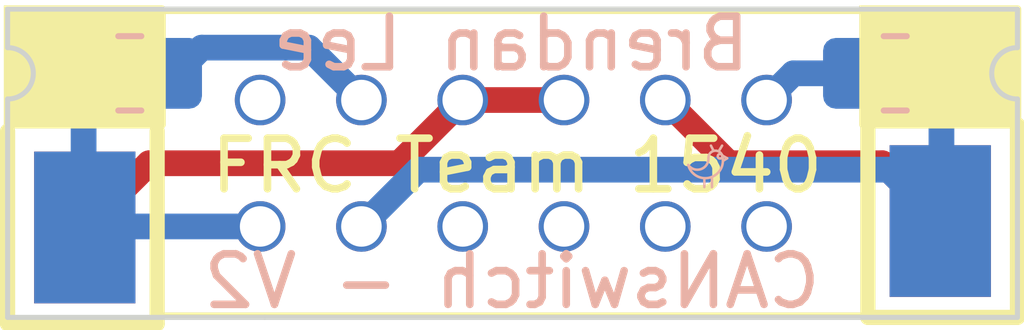
<source format=kicad_pcb>
(kicad_pcb (version 20221018) (generator pcbnew)
  (layers (0 "F.Cu" signal) (31 "B.Cu" signal) (34 "B.Paste" user) (35 "F.Paste" user) (36 "B.SilkS" user "B.Silkscreen") (37 "F.SilkS" user "F.Silkscreen") (38 "B.Mask" user) (39 "F.Mask" user) (44 "Edge.Cuts" user))
  (net 0 "")
  (net 1 "Net-(J2-Pin_1)")
  (net 2 "Net-(J2-Pin_2)")
  (net 8 "Net-(SW1A-B)")
  (net 9 "Net-(J1-Pin_2)")
  (net 10 "Net-(J1-Pin_1)")
  (net 11 "Net-(SW1B-C)")
  (footprint "Button_Switch_THT:★MFS401N−2−Z" (layer "F.Cu") (at 191.596 39.624)
    (fp_text reference "SW1" hide)
    (fp_text value "~" hide)
    (fp_line (start -7 -3) (end 7 -3) (stroke (width 0.1)) (layer "F.SilkS"))
    (fp_line (start -7 3) (end -7 -3) (stroke (width 0.1)) (layer "F.SilkS"))
    (fp_line (start 7 -3) (end 7 3) (stroke (width 0.1)) (layer "F.SilkS"))
    (fp_line (start 7 3) (end -7 3) (stroke (width 0.1)) (layer "F.SilkS"))
    (pad "1" thru_hole circle (at -5 -1.25) (size 1 1) (drill 0.8) (layers "*.Cu" "*.Mask"))
    (pad "2" thru_hole circle (at -3 -1.25) (size 1 1) (drill 0.8) (layers "*.Cu" "*.Mask") (net 8 "Net-(SW1A-B)"))
    (pad "3" thru_hole circle (at -1 -1.25) (size 1 1) (drill 0.8) (layers "*.Cu" "*.Mask") (net 2 "Net-(J2-Pin_2)"))
    (pad "4" thru_hole circle (at 1 -1.25) (size 1 1) (drill 0.8) (layers "*.Cu" "*.Mask") (net 2 "Net-(J2-Pin_2)"))
    (pad "5" thru_hole circle (at 3 -1.25) (size 1 1) (drill 0.8) (layers "*.Cu" "*.Mask") (net 9 "Net-(J1-Pin_2)"))
    (pad "6" thru_hole circle (at 5 -1.25) (size 1 1) (drill 0.8) (layers "*.Cu" "*.Mask") (net 11 "Net-(SW1B-C)"))
    (pad "7" thru_hole circle (at -5 1.25) (size 1 1) (drill 0.8) (layers "*.Cu" "*.Mask") (net 1 "Net-(J2-Pin_1)"))
    (pad "8" thru_hole circle (at -3 1.25) (size 1 1) (drill 0.8) (layers "*.Cu" "*.Mask") (net 10 "Net-(J1-Pin_1)"))
    (pad "9" thru_hole circle (at -1 1.25) (size 1 1) (drill 0.8) (layers "*.Cu" "*.Mask"))
    (pad "10" thru_hole circle (at 1 1.25) (size 1 1) (drill 0.8) (layers "*.Cu" "*.Mask"))
    (pad "11" thru_hole circle (at 3 1.25) (size 1 1) (drill 0.8) (layers "*.Cu" "*.Mask"))
    (pad "12" thru_hole circle (at 5 1.25) (size 1 1) (drill 0.8) (layers "*.Cu" "*.Mask"))
  )
  (footprint "Library:WirePad2" (layer "B.Cu") (at 200.025 40.767)
    (fp_text reference "J1" hide)
    (fp_text value "Conn_01x02" hide)
    (pad "1" smd rect (at 0 0 180) (size 2 3) (layers "B.Cu" "B.Paste" "B.Mask") (net 10 "Net-(J1-Pin_1)"))
    (pad "2" smd rect (at 0 0 90) (size 3 2) (layers "F.Cu" "F.Paste" "F.Mask") (net 9 "Net-(J1-Pin_2)"))
  )
  (footprint "Resistor_SMD:R_0805_2012Metric" (layer "B.Cu") (at 199.136 37.846 180)
    (fp_text reference "R2" hide)
    (fp_text value "R" hide)
    (fp_line (start -0.227064 -0.735) (end 0.227064 -0.735) (stroke (width 0.12)) (layer "B.SilkS"))
    (fp_line (start -0.227064 0.735) (end 0.227064 0.735) (stroke (width 0.12)) (layer "B.SilkS"))
    (pad "1" smd roundrect (at -0.9125 0 180) (size 1.025 1.4) (layers "B.Cu" "B.Paste" "B.Mask") (roundrect_rratio 0.243902439) (net 10 "Net-(J1-Pin_1)"))
    (pad "2" smd roundrect (at 0.9125 0 180) (size 1.025 1.4) (layers "B.Cu" "B.Paste" "B.Mask") (roundrect_rratio 0.243902439) (net 11 "Net-(SW1B-C)"))
  )
  (footprint "Library:WirePad2" (layer "B.Cu") (at 183.134 40.894)
    (fp_text reference "J2" hide)
    (fp_text value "Conn_01x02" hide)
    (pad "1" smd rect (at 0 0 180) (size 2 3) (layers "B.Cu" "B.Paste" "B.Mask") (net 1 "Net-(J2-Pin_1)"))
    (pad "2" smd rect (at 0 0 90) (size 3 2) (layers "F.Cu" "F.Paste" "F.Mask") (net 2 "Net-(J2-Pin_2)"))
  )
  (footprint "Resistor_SMD:R_0805_2012Metric" (layer "B.Cu") (at 184.023 37.846 180)
    (fp_text reference "R1" hide)
    (fp_text value "R" hide)
    (fp_line (start -0.227064 -0.735) (end 0.227064 -0.735) (stroke (width 0.12)) (layer "B.SilkS"))
    (fp_line (start -0.227064 0.735) (end 0.227064 0.735) (stroke (width 0.12)) (layer "B.SilkS"))
    (pad "1" smd roundrect (at -0.9125 0 180) (size 1.025 1.4) (layers "B.Cu" "B.Paste" "B.Mask") (roundrect_rratio 0.243902439) (net 8 "Net-(SW1A-B)"))
    (pad "2" smd roundrect (at 0.9125 0 180) (size 1.025 1.4) (layers "B.Cu" "B.Paste" "B.Mask") (roundrect_rratio 0.243902439) (net 1 "Net-(J2-Pin_1)"))
  )
  (gr_arc (start 195.44726 39.521187) (mid 195.3 39.74) (end 195.049317 39.658008) (stroke (width 0.05)) (layer "B.SilkS"))
  (gr_arc (start 195.717913 39.469055) (mid 195.480052 39.904696) (end 195.049317 39.658008) (stroke (width 0.05)) (layer "B.SilkS"))
  (gr_circle (center 195.67726 39.486046) (end 195.63726 39.506046) (stroke (width 0.05)) (fill none) (layer "B.SilkS"))
  (gr_arc (start 195.44726 39.516046) (mid 195.58726 39.376046) (end 195.72726 39.516046) (stroke (width 0.05)) (layer "B.SilkS"))
  (gr_line (start 195.81726 39.526046) (end 195.717913 39.469055) (stroke (width 0.05)) (layer "B.SilkS"))
  (gr_line (start 195.73726 39.576046) (end 195.81726 39.526046) (stroke (width 0.05)) (layer "B.SilkS"))
  (gr_line (start 195.51726 40.096046) (end 195.51726 39.906046) (stroke (width 0.05)) (layer "B.SilkS"))
  (gr_line (start 195.49726 39.276046) (end 195.54726 39.376046) (stroke (width 0.05)) (layer "B.SilkS"))
  (gr_line (start 195.71726 39.276046) (end 195.65726 39.376046) (stroke (width 0.05)) (layer "B.SilkS"))
  (gr_line (start 195.36726 40.096046) (end 195.36726 39.936046) (stroke (width 0.05)) (layer "B.SilkS"))
  (gr_line (start 184.563 42.799) (end 181.61 42.799) (stroke (width 0.3)) (layer "F.SilkS"))
  (gr_line (start 184.563 38.989) (end 184.563 42.799) (stroke (width 0.3)) (layer "F.SilkS"))
  (gr_line (start 198.596 42.672) (end 198.596 38.862) (stroke (width 0.3)) (layer "F.SilkS"))
  (gr_line (start 201.549 42.672) (end 198.596 42.672) (stroke (width 0.3)) (layer "F.SilkS"))
  (gr_rect (start 181.61 36.576) (end 184.658 38.862) (stroke (width 0.15)) (fill solid) (layer "F.SilkS"))
  (gr_rect (start 198.501 36.576) (end 201.549 38.862) (stroke (width 0.15)) (fill solid) (layer "F.SilkS"))
  (gr_line (start 181.61 42.799) (end 181.61 38.989) (stroke (width 0.3)) (layer "F.SilkS"))
  (gr_line (start 201.549 38.862) (end 201.549 42.672) (stroke (width 0.3)) (layer "F.SilkS"))
  (gr_line (start 181.61 36.576) (end 201.549 36.576) (stroke (width 0.1)) (layer "Edge.Cuts"))
  (gr_arc (start 201.549 38.354) (mid 201.041 37.846) (end 201.549 37.338) (stroke (width 0.1)) (layer "Edge.Cuts"))
  (gr_line (start 201.549 36.576) (end 201.549 37.338) (stroke (width 0.1)) (layer "Edge.Cuts"))
  (gr_line (start 201.549 42.672) (end 186.69 42.672) (stroke (width 0.1)) (layer "Edge.Cuts"))
  (gr_line (start 181.61 42.672) (end 181.61 38.354) (stroke (width 0.1)) (layer "Edge.Cuts"))
  (gr_line (start 186.69 42.672) (end 181.61 42.672) (stroke (width 0.1)) (layer "Edge.Cuts"))
  (gr_arc (start 181.61 37.338) (mid 182.118 37.846) (end 181.61 38.354) (stroke (width 0.1)) (layer "Edge.Cuts"))
  (gr_line (start 181.61 37.338) (end 181.61 36.576) (stroke (width 0.1)) (layer "Edge.Cuts"))
  (gr_line (start 201.549 38.354) (end 201.549 42.672) (stroke (width 0.1)) (layer "Edge.Cuts"))
  (gr_text "Brendan Lee" (at 196.342 37.846) (layer "B.SilkS") (effects (font (size 1 1)) (justify left bottom mirror)))
  (gr_text "CANswitch - V2" (at 197.739 42.545) (layer "B.SilkS") (effects (font (size 1 1)) (justify left bottom mirror)))
  (gr_text "FRC Team 1540" (at 185.547 40.259) (layer "F.SilkS") (effects (font (size 1 1)) (justify left bottom)))
  (segment (start 183.154 40.874) (end 183.134 40.894) (width 0.508) (layer "B.Cu") (net 1))
  (segment (start 183.1105 37.846) (end 183.1105 40.8705) (width 0.508) (layer "B.Cu") (net 1))
  (segment (start 186.596 40.874) (end 183.154 40.874) (width 0.508) (layer "B.Cu") (net 1))
  (segment (start 183.1105 40.8705) (end 183.134 40.894) (width 0.508) (layer "B.Cu") (net 1))
  (segment (start 183.134 40.894) (end 184.404 39.624) (width 0.508) (layer "F.Cu") (net 2))
  (segment (start 184.404 39.624) (end 189.346 39.624) (width 0.508) (layer "F.Cu") (net 2))
  (segment (start 190.596 38.374) (end 192.596 38.374) (width 0.508) (layer "F.Cu") (net 2))
  (segment (start 189.346 39.624) (end 190.596 38.374) (width 0.508) (layer "F.Cu") (net 2))
  (segment (start 187.56 37.338) (end 188.596 38.374) (width 0.508) (layer "B.Cu") (net 8))
  (segment (start 185.4435 37.338) (end 187.56 37.338) (width 0.508) (layer "B.Cu") (net 8))
  (segment (start 184.9355 37.846) (end 185.4435 37.338) (width 0.508) (layer "B.Cu") (net 8))
  (segment (start 194.596 38.374) (end 195.846 39.624) (width 0.508) (layer "F.Cu") (net 9))
  (segment (start 195.846 39.624) (end 198.882 39.624) (width 0.508) (layer "F.Cu") (net 9))
  (segment (start 198.882 39.624) (end 200.025 40.767) (width 0.508) (layer "F.Cu") (net 9))
  (segment (start 199.009 39.751) (end 200.025 40.767) (width 0.508) (layer "B.Cu") (net 10))
  (segment (start 200.0485 37.846) (end 200.0485 40.7435) (width 0.508) (layer "B.Cu") (net 10))
  (segment (start 200.0485 40.7435) (end 200.025 40.767) (width 0.508) (layer "B.Cu") (net 10))
  (segment (start 188.596 40.874) (end 189.719 39.751) (width 0.508) (layer "B.Cu") (net 10))
  (segment (start 189.719 39.751) (end 199.009 39.751) (width 0.508) (layer "B.Cu") (net 10))
  (segment (start 198.2235 37.846) (end 197.124 37.846) (width 0.508) (layer "B.Cu") (net 11))
  (segment (start 197.124 37.846) (end 196.596 38.374) (width 0.508) (layer "B.Cu") (net 11))
)
</source>
